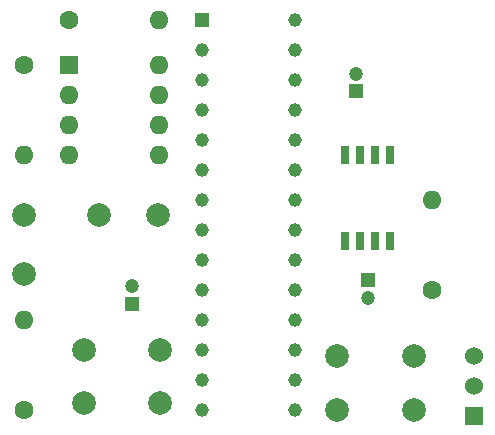
<source format=gts>
%TF.GenerationSoftware,KiCad,Pcbnew,(5.1.9-0-10_14)*%
%TF.CreationDate,2021-04-15T17:53:14+09:00*%
%TF.ProjectId,RadioExercise,52616469-6f45-4786-9572-636973652e6b,rev?*%
%TF.SameCoordinates,Original*%
%TF.FileFunction,Soldermask,Top*%
%TF.FilePolarity,Negative*%
%FSLAX46Y46*%
G04 Gerber Fmt 4.6, Leading zero omitted, Abs format (unit mm)*
G04 Created by KiCad (PCBNEW (5.1.9-0-10_14)) date 2021-04-15 17:53:14*
%MOMM*%
%LPD*%
G01*
G04 APERTURE LIST*
%ADD10C,2.000000*%
%ADD11C,1.200000*%
%ADD12R,1.200000X1.200000*%
%ADD13O,1.600000X1.600000*%
%ADD14R,1.600000X1.600000*%
%ADD15C,1.158000*%
%ADD16R,1.158000X1.158000*%
%ADD17R,0.700000X1.550000*%
%ADD18C,1.600000*%
%ADD19C,1.524000*%
%ADD20R,1.524000X1.524000*%
G04 APERTURE END LIST*
D10*
%TO.C,C1*%
X177844000Y-75426000D03*
X177844000Y-70426000D03*
%TD*%
D11*
%TO.C,C2*%
X187000000Y-76500000D03*
D12*
X187000000Y-78000000D03*
%TD*%
%TO.C,C3*%
X207000000Y-76000000D03*
D11*
X207000000Y-77500000D03*
%TD*%
D10*
%TO.C,C4*%
X184194000Y-70426000D03*
X189194000Y-70426000D03*
%TD*%
D11*
%TO.C,C5*%
X206000000Y-58500000D03*
D12*
X206000000Y-60000000D03*
%TD*%
D13*
%TO.C,IC1*%
X189274000Y-57726000D03*
X181654000Y-65346000D03*
X189274000Y-60266000D03*
X181654000Y-62806000D03*
X189274000Y-62806000D03*
X181654000Y-60266000D03*
X189274000Y-65346000D03*
D14*
X181654000Y-57726000D03*
%TD*%
D15*
%TO.C,IC2*%
X200863000Y-53916000D03*
X200863000Y-56456000D03*
X200863000Y-58996000D03*
X200863000Y-61536000D03*
X200863000Y-64076000D03*
X200863000Y-66616000D03*
X200863000Y-69156000D03*
X200863000Y-71696000D03*
X200863000Y-74236000D03*
X200863000Y-76776000D03*
X200863000Y-79316000D03*
X200863000Y-81856000D03*
X200863000Y-84396000D03*
X200863000Y-86936000D03*
X192925000Y-86936000D03*
X192925000Y-84396000D03*
X192925000Y-81856000D03*
X192925000Y-79316000D03*
X192925000Y-76776000D03*
X192925000Y-74236000D03*
X192925000Y-71696000D03*
X192925000Y-69156000D03*
X192925000Y-66616000D03*
X192925000Y-64076000D03*
X192925000Y-61536000D03*
X192925000Y-58996000D03*
X192925000Y-56456000D03*
D16*
X192925000Y-53916000D03*
%TD*%
D17*
%TO.C,IC3*%
X205095000Y-65350000D03*
X206365000Y-65350000D03*
X207635000Y-65350000D03*
X208905000Y-65350000D03*
X208905000Y-72650000D03*
X207635000Y-72650000D03*
X206365000Y-72650000D03*
X205095000Y-72650000D03*
%TD*%
D18*
%TO.C,R2*%
X177844000Y-86936000D03*
D13*
X177844000Y-79316000D03*
%TD*%
%TO.C,R3*%
X212388000Y-69156000D03*
D18*
X212388000Y-76776000D03*
%TD*%
D13*
%TO.C,R4*%
X177844000Y-65346000D03*
D18*
X177844000Y-57726000D03*
%TD*%
%TO.C,R5*%
X181654000Y-53916000D03*
D13*
X189274000Y-53916000D03*
%TD*%
D10*
%TO.C,SW1*%
X189424000Y-81856000D03*
X189424000Y-86356000D03*
X182924000Y-81856000D03*
X182924000Y-86356000D03*
%TD*%
%TO.C,SW2*%
X210864000Y-82436000D03*
X210864000Y-86936000D03*
X204364000Y-82436000D03*
X204364000Y-86936000D03*
%TD*%
D19*
%TO.C,SW5*%
X216000000Y-82364000D03*
X216000000Y-84904000D03*
D20*
X216000000Y-87444000D03*
%TD*%
M02*

</source>
